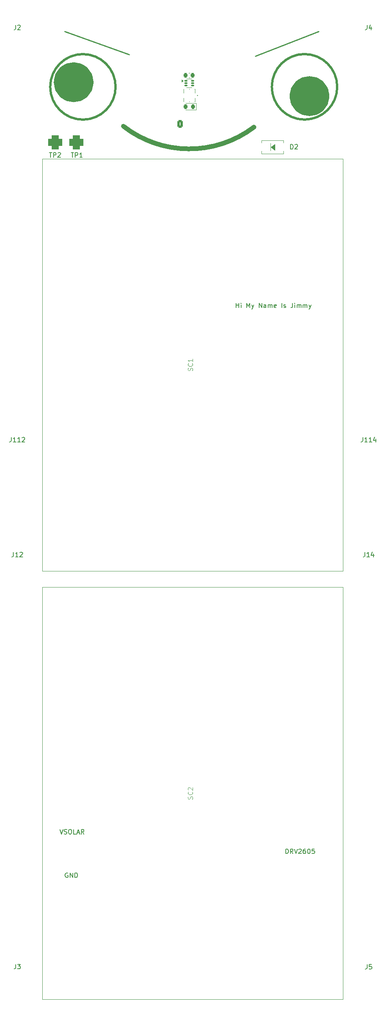
<source format=gbr>
%TF.GenerationSoftware,KiCad,Pcbnew,9.0.0*%
%TF.CreationDate,2025-11-19T22:29:22-08:00*%
%TF.ProjectId,2U_XY_V1,32555f58-595f-4563-912e-6b696361645f,1.0*%
%TF.SameCoordinates,Original*%
%TF.FileFunction,Legend,Top*%
%TF.FilePolarity,Positive*%
%FSLAX46Y46*%
G04 Gerber Fmt 4.6, Leading zero omitted, Abs format (unit mm)*
G04 Created by KiCad (PCBNEW 9.0.0) date 2025-11-19 22:29:22*
%MOMM*%
%LPD*%
G01*
G04 APERTURE LIST*
G04 Aperture macros list*
%AMRoundRect*
0 Rectangle with rounded corners*
0 $1 Rounding radius*
0 $2 $3 $4 $5 $6 $7 $8 $9 X,Y pos of 4 corners*
0 Add a 4 corners polygon primitive as box body*
4,1,4,$2,$3,$4,$5,$6,$7,$8,$9,$2,$3,0*
0 Add four circle primitives for the rounded corners*
1,1,$1+$1,$2,$3*
1,1,$1+$1,$4,$5*
1,1,$1+$1,$6,$7*
1,1,$1+$1,$8,$9*
0 Add four rect primitives between the rounded corners*
20,1,$1+$1,$2,$3,$4,$5,0*
20,1,$1+$1,$4,$5,$6,$7,0*
20,1,$1+$1,$6,$7,$8,$9,0*
20,1,$1+$1,$8,$9,$2,$3,0*%
G04 Aperture macros list end*
%ADD10C,0.250000*%
%ADD11C,0.500000*%
%ADD12C,4.302641*%
%ADD13C,1.000000*%
%ADD14C,0.150000*%
%ADD15C,0.100000*%
%ADD16C,0.120000*%
%ADD17R,0.790000X0.850000*%
%ADD18R,0.850000X0.790000*%
%ADD19C,5.700000*%
%ADD20C,5.000000*%
%ADD21RoundRect,0.750000X-0.750000X-0.750000X0.750000X-0.750000X0.750000X0.750000X-0.750000X0.750000X0*%
%ADD22RoundRect,0.087500X-0.250000X-0.087500X0.250000X-0.087500X0.250000X0.087500X-0.250000X0.087500X0*%
%ADD23R,2.500000X1.700000*%
%ADD24RoundRect,0.225000X-0.225000X-0.250000X0.225000X-0.250000X0.225000X0.250000X-0.225000X0.250000X0*%
%ADD25RoundRect,0.218750X0.218750X0.256250X-0.218750X0.256250X-0.218750X-0.256250X0.218750X-0.256250X0*%
%ADD26RoundRect,0.250000X-0.350000X-0.575000X0.350000X-0.575000X0.350000X0.575000X-0.350000X0.575000X0*%
%ADD27O,1.200000X1.650000*%
G04 APERTURE END LIST*
D10*
X182000000Y-38000000D02*
X196000000Y-43000000D01*
D11*
X193071068Y-50000000D02*
G75*
G02*
X178928932Y-50000000I-7071068J0D01*
G01*
X178928932Y-50000000D02*
G75*
G02*
X193071068Y-50000000I7071068J0D01*
G01*
D12*
X237151320Y-52000000D02*
G75*
G02*
X232848680Y-52000000I-2151320J0D01*
G01*
X232848680Y-52000000D02*
G75*
G02*
X237151320Y-52000000I2151320J0D01*
G01*
X186151320Y-49000000D02*
G75*
G02*
X181848680Y-49000000I-2151320J0D01*
G01*
X181848680Y-49000000D02*
G75*
G02*
X186151320Y-49000000I2151320J0D01*
G01*
D10*
X223282485Y-43363961D02*
X237000000Y-38000000D01*
D11*
X241000000Y-49990001D02*
G75*
G02*
X226857864Y-49990001I-7071068J0D01*
G01*
X226857864Y-49990001D02*
G75*
G02*
X241000000Y-49990001I7071068J0D01*
G01*
D13*
X223000000Y-58686426D02*
G75*
G02*
X194763137Y-58504634I-14000000J18486326D01*
G01*
D14*
X182738095Y-219722438D02*
X182642857Y-219674819D01*
X182642857Y-219674819D02*
X182500000Y-219674819D01*
X182500000Y-219674819D02*
X182357143Y-219722438D01*
X182357143Y-219722438D02*
X182261905Y-219817676D01*
X182261905Y-219817676D02*
X182214286Y-219912914D01*
X182214286Y-219912914D02*
X182166667Y-220103390D01*
X182166667Y-220103390D02*
X182166667Y-220246247D01*
X182166667Y-220246247D02*
X182214286Y-220436723D01*
X182214286Y-220436723D02*
X182261905Y-220531961D01*
X182261905Y-220531961D02*
X182357143Y-220627200D01*
X182357143Y-220627200D02*
X182500000Y-220674819D01*
X182500000Y-220674819D02*
X182595238Y-220674819D01*
X182595238Y-220674819D02*
X182738095Y-220627200D01*
X182738095Y-220627200D02*
X182785714Y-220579580D01*
X182785714Y-220579580D02*
X182785714Y-220246247D01*
X182785714Y-220246247D02*
X182595238Y-220246247D01*
X183214286Y-220674819D02*
X183214286Y-219674819D01*
X183214286Y-219674819D02*
X183785714Y-220674819D01*
X183785714Y-220674819D02*
X183785714Y-219674819D01*
X184261905Y-220674819D02*
X184261905Y-219674819D01*
X184261905Y-219674819D02*
X184500000Y-219674819D01*
X184500000Y-219674819D02*
X184642857Y-219722438D01*
X184642857Y-219722438D02*
X184738095Y-219817676D01*
X184738095Y-219817676D02*
X184785714Y-219912914D01*
X184785714Y-219912914D02*
X184833333Y-220103390D01*
X184833333Y-220103390D02*
X184833333Y-220246247D01*
X184833333Y-220246247D02*
X184785714Y-220436723D01*
X184785714Y-220436723D02*
X184738095Y-220531961D01*
X184738095Y-220531961D02*
X184642857Y-220627200D01*
X184642857Y-220627200D02*
X184500000Y-220674819D01*
X184500000Y-220674819D02*
X184261905Y-220674819D01*
X219152381Y-97669819D02*
X219152381Y-96669819D01*
X219152381Y-97146009D02*
X219723809Y-97146009D01*
X219723809Y-97669819D02*
X219723809Y-96669819D01*
X220200000Y-97669819D02*
X220200000Y-97003152D01*
X220200000Y-96669819D02*
X220152381Y-96717438D01*
X220152381Y-96717438D02*
X220200000Y-96765057D01*
X220200000Y-96765057D02*
X220247619Y-96717438D01*
X220247619Y-96717438D02*
X220200000Y-96669819D01*
X220200000Y-96669819D02*
X220200000Y-96765057D01*
X221438095Y-97669819D02*
X221438095Y-96669819D01*
X221438095Y-96669819D02*
X221771428Y-97384104D01*
X221771428Y-97384104D02*
X222104761Y-96669819D01*
X222104761Y-96669819D02*
X222104761Y-97669819D01*
X222485714Y-97003152D02*
X222723809Y-97669819D01*
X222961904Y-97003152D02*
X222723809Y-97669819D01*
X222723809Y-97669819D02*
X222628571Y-97907914D01*
X222628571Y-97907914D02*
X222580952Y-97955533D01*
X222580952Y-97955533D02*
X222485714Y-98003152D01*
X224104762Y-97669819D02*
X224104762Y-96669819D01*
X224104762Y-96669819D02*
X224676190Y-97669819D01*
X224676190Y-97669819D02*
X224676190Y-96669819D01*
X225580952Y-97669819D02*
X225580952Y-97146009D01*
X225580952Y-97146009D02*
X225533333Y-97050771D01*
X225533333Y-97050771D02*
X225438095Y-97003152D01*
X225438095Y-97003152D02*
X225247619Y-97003152D01*
X225247619Y-97003152D02*
X225152381Y-97050771D01*
X225580952Y-97622200D02*
X225485714Y-97669819D01*
X225485714Y-97669819D02*
X225247619Y-97669819D01*
X225247619Y-97669819D02*
X225152381Y-97622200D01*
X225152381Y-97622200D02*
X225104762Y-97526961D01*
X225104762Y-97526961D02*
X225104762Y-97431723D01*
X225104762Y-97431723D02*
X225152381Y-97336485D01*
X225152381Y-97336485D02*
X225247619Y-97288866D01*
X225247619Y-97288866D02*
X225485714Y-97288866D01*
X225485714Y-97288866D02*
X225580952Y-97241247D01*
X226057143Y-97669819D02*
X226057143Y-97003152D01*
X226057143Y-97098390D02*
X226104762Y-97050771D01*
X226104762Y-97050771D02*
X226200000Y-97003152D01*
X226200000Y-97003152D02*
X226342857Y-97003152D01*
X226342857Y-97003152D02*
X226438095Y-97050771D01*
X226438095Y-97050771D02*
X226485714Y-97146009D01*
X226485714Y-97146009D02*
X226485714Y-97669819D01*
X226485714Y-97146009D02*
X226533333Y-97050771D01*
X226533333Y-97050771D02*
X226628571Y-97003152D01*
X226628571Y-97003152D02*
X226771428Y-97003152D01*
X226771428Y-97003152D02*
X226866667Y-97050771D01*
X226866667Y-97050771D02*
X226914286Y-97146009D01*
X226914286Y-97146009D02*
X226914286Y-97669819D01*
X227771428Y-97622200D02*
X227676190Y-97669819D01*
X227676190Y-97669819D02*
X227485714Y-97669819D01*
X227485714Y-97669819D02*
X227390476Y-97622200D01*
X227390476Y-97622200D02*
X227342857Y-97526961D01*
X227342857Y-97526961D02*
X227342857Y-97146009D01*
X227342857Y-97146009D02*
X227390476Y-97050771D01*
X227390476Y-97050771D02*
X227485714Y-97003152D01*
X227485714Y-97003152D02*
X227676190Y-97003152D01*
X227676190Y-97003152D02*
X227771428Y-97050771D01*
X227771428Y-97050771D02*
X227819047Y-97146009D01*
X227819047Y-97146009D02*
X227819047Y-97241247D01*
X227819047Y-97241247D02*
X227342857Y-97336485D01*
X229009524Y-97669819D02*
X229009524Y-96669819D01*
X229438095Y-97622200D02*
X229533333Y-97669819D01*
X229533333Y-97669819D02*
X229723809Y-97669819D01*
X229723809Y-97669819D02*
X229819047Y-97622200D01*
X229819047Y-97622200D02*
X229866666Y-97526961D01*
X229866666Y-97526961D02*
X229866666Y-97479342D01*
X229866666Y-97479342D02*
X229819047Y-97384104D01*
X229819047Y-97384104D02*
X229723809Y-97336485D01*
X229723809Y-97336485D02*
X229580952Y-97336485D01*
X229580952Y-97336485D02*
X229485714Y-97288866D01*
X229485714Y-97288866D02*
X229438095Y-97193628D01*
X229438095Y-97193628D02*
X229438095Y-97146009D01*
X229438095Y-97146009D02*
X229485714Y-97050771D01*
X229485714Y-97050771D02*
X229580952Y-97003152D01*
X229580952Y-97003152D02*
X229723809Y-97003152D01*
X229723809Y-97003152D02*
X229819047Y-97050771D01*
X231342857Y-96669819D02*
X231342857Y-97384104D01*
X231342857Y-97384104D02*
X231295238Y-97526961D01*
X231295238Y-97526961D02*
X231200000Y-97622200D01*
X231200000Y-97622200D02*
X231057143Y-97669819D01*
X231057143Y-97669819D02*
X230961905Y-97669819D01*
X231819048Y-97669819D02*
X231819048Y-97003152D01*
X231819048Y-96669819D02*
X231771429Y-96717438D01*
X231771429Y-96717438D02*
X231819048Y-96765057D01*
X231819048Y-96765057D02*
X231866667Y-96717438D01*
X231866667Y-96717438D02*
X231819048Y-96669819D01*
X231819048Y-96669819D02*
X231819048Y-96765057D01*
X232295238Y-97669819D02*
X232295238Y-97003152D01*
X232295238Y-97098390D02*
X232342857Y-97050771D01*
X232342857Y-97050771D02*
X232438095Y-97003152D01*
X232438095Y-97003152D02*
X232580952Y-97003152D01*
X232580952Y-97003152D02*
X232676190Y-97050771D01*
X232676190Y-97050771D02*
X232723809Y-97146009D01*
X232723809Y-97146009D02*
X232723809Y-97669819D01*
X232723809Y-97146009D02*
X232771428Y-97050771D01*
X232771428Y-97050771D02*
X232866666Y-97003152D01*
X232866666Y-97003152D02*
X233009523Y-97003152D01*
X233009523Y-97003152D02*
X233104762Y-97050771D01*
X233104762Y-97050771D02*
X233152381Y-97146009D01*
X233152381Y-97146009D02*
X233152381Y-97669819D01*
X233628571Y-97669819D02*
X233628571Y-97003152D01*
X233628571Y-97098390D02*
X233676190Y-97050771D01*
X233676190Y-97050771D02*
X233771428Y-97003152D01*
X233771428Y-97003152D02*
X233914285Y-97003152D01*
X233914285Y-97003152D02*
X234009523Y-97050771D01*
X234009523Y-97050771D02*
X234057142Y-97146009D01*
X234057142Y-97146009D02*
X234057142Y-97669819D01*
X234057142Y-97146009D02*
X234104761Y-97050771D01*
X234104761Y-97050771D02*
X234199999Y-97003152D01*
X234199999Y-97003152D02*
X234342856Y-97003152D01*
X234342856Y-97003152D02*
X234438095Y-97050771D01*
X234438095Y-97050771D02*
X234485714Y-97146009D01*
X234485714Y-97146009D02*
X234485714Y-97669819D01*
X234866666Y-97003152D02*
X235104761Y-97669819D01*
X235342856Y-97003152D02*
X235104761Y-97669819D01*
X235104761Y-97669819D02*
X235009523Y-97907914D01*
X235009523Y-97907914D02*
X234961904Y-97955533D01*
X234961904Y-97955533D02*
X234866666Y-98003152D01*
X229864762Y-215524819D02*
X229864762Y-214524819D01*
X229864762Y-214524819D02*
X230102857Y-214524819D01*
X230102857Y-214524819D02*
X230245714Y-214572438D01*
X230245714Y-214572438D02*
X230340952Y-214667676D01*
X230340952Y-214667676D02*
X230388571Y-214762914D01*
X230388571Y-214762914D02*
X230436190Y-214953390D01*
X230436190Y-214953390D02*
X230436190Y-215096247D01*
X230436190Y-215096247D02*
X230388571Y-215286723D01*
X230388571Y-215286723D02*
X230340952Y-215381961D01*
X230340952Y-215381961D02*
X230245714Y-215477200D01*
X230245714Y-215477200D02*
X230102857Y-215524819D01*
X230102857Y-215524819D02*
X229864762Y-215524819D01*
X231436190Y-215524819D02*
X231102857Y-215048628D01*
X230864762Y-215524819D02*
X230864762Y-214524819D01*
X230864762Y-214524819D02*
X231245714Y-214524819D01*
X231245714Y-214524819D02*
X231340952Y-214572438D01*
X231340952Y-214572438D02*
X231388571Y-214620057D01*
X231388571Y-214620057D02*
X231436190Y-214715295D01*
X231436190Y-214715295D02*
X231436190Y-214858152D01*
X231436190Y-214858152D02*
X231388571Y-214953390D01*
X231388571Y-214953390D02*
X231340952Y-215001009D01*
X231340952Y-215001009D02*
X231245714Y-215048628D01*
X231245714Y-215048628D02*
X230864762Y-215048628D01*
X231721905Y-214524819D02*
X232055238Y-215524819D01*
X232055238Y-215524819D02*
X232388571Y-214524819D01*
X232674286Y-214620057D02*
X232721905Y-214572438D01*
X232721905Y-214572438D02*
X232817143Y-214524819D01*
X232817143Y-214524819D02*
X233055238Y-214524819D01*
X233055238Y-214524819D02*
X233150476Y-214572438D01*
X233150476Y-214572438D02*
X233198095Y-214620057D01*
X233198095Y-214620057D02*
X233245714Y-214715295D01*
X233245714Y-214715295D02*
X233245714Y-214810533D01*
X233245714Y-214810533D02*
X233198095Y-214953390D01*
X233198095Y-214953390D02*
X232626667Y-215524819D01*
X232626667Y-215524819D02*
X233245714Y-215524819D01*
X234102857Y-214524819D02*
X233912381Y-214524819D01*
X233912381Y-214524819D02*
X233817143Y-214572438D01*
X233817143Y-214572438D02*
X233769524Y-214620057D01*
X233769524Y-214620057D02*
X233674286Y-214762914D01*
X233674286Y-214762914D02*
X233626667Y-214953390D01*
X233626667Y-214953390D02*
X233626667Y-215334342D01*
X233626667Y-215334342D02*
X233674286Y-215429580D01*
X233674286Y-215429580D02*
X233721905Y-215477200D01*
X233721905Y-215477200D02*
X233817143Y-215524819D01*
X233817143Y-215524819D02*
X234007619Y-215524819D01*
X234007619Y-215524819D02*
X234102857Y-215477200D01*
X234102857Y-215477200D02*
X234150476Y-215429580D01*
X234150476Y-215429580D02*
X234198095Y-215334342D01*
X234198095Y-215334342D02*
X234198095Y-215096247D01*
X234198095Y-215096247D02*
X234150476Y-215001009D01*
X234150476Y-215001009D02*
X234102857Y-214953390D01*
X234102857Y-214953390D02*
X234007619Y-214905771D01*
X234007619Y-214905771D02*
X233817143Y-214905771D01*
X233817143Y-214905771D02*
X233721905Y-214953390D01*
X233721905Y-214953390D02*
X233674286Y-215001009D01*
X233674286Y-215001009D02*
X233626667Y-215096247D01*
X234817143Y-214524819D02*
X234912381Y-214524819D01*
X234912381Y-214524819D02*
X235007619Y-214572438D01*
X235007619Y-214572438D02*
X235055238Y-214620057D01*
X235055238Y-214620057D02*
X235102857Y-214715295D01*
X235102857Y-214715295D02*
X235150476Y-214905771D01*
X235150476Y-214905771D02*
X235150476Y-215143866D01*
X235150476Y-215143866D02*
X235102857Y-215334342D01*
X235102857Y-215334342D02*
X235055238Y-215429580D01*
X235055238Y-215429580D02*
X235007619Y-215477200D01*
X235007619Y-215477200D02*
X234912381Y-215524819D01*
X234912381Y-215524819D02*
X234817143Y-215524819D01*
X234817143Y-215524819D02*
X234721905Y-215477200D01*
X234721905Y-215477200D02*
X234674286Y-215429580D01*
X234674286Y-215429580D02*
X234626667Y-215334342D01*
X234626667Y-215334342D02*
X234579048Y-215143866D01*
X234579048Y-215143866D02*
X234579048Y-214905771D01*
X234579048Y-214905771D02*
X234626667Y-214715295D01*
X234626667Y-214715295D02*
X234674286Y-214620057D01*
X234674286Y-214620057D02*
X234721905Y-214572438D01*
X234721905Y-214572438D02*
X234817143Y-214524819D01*
X236055238Y-214524819D02*
X235579048Y-214524819D01*
X235579048Y-214524819D02*
X235531429Y-215001009D01*
X235531429Y-215001009D02*
X235579048Y-214953390D01*
X235579048Y-214953390D02*
X235674286Y-214905771D01*
X235674286Y-214905771D02*
X235912381Y-214905771D01*
X235912381Y-214905771D02*
X236007619Y-214953390D01*
X236007619Y-214953390D02*
X236055238Y-215001009D01*
X236055238Y-215001009D02*
X236102857Y-215096247D01*
X236102857Y-215096247D02*
X236102857Y-215334342D01*
X236102857Y-215334342D02*
X236055238Y-215429580D01*
X236055238Y-215429580D02*
X236007619Y-215477200D01*
X236007619Y-215477200D02*
X235912381Y-215524819D01*
X235912381Y-215524819D02*
X235674286Y-215524819D01*
X235674286Y-215524819D02*
X235579048Y-215477200D01*
X235579048Y-215477200D02*
X235531429Y-215429580D01*
X180993333Y-210294819D02*
X181326666Y-211294819D01*
X181326666Y-211294819D02*
X181659999Y-210294819D01*
X181945714Y-211247200D02*
X182088571Y-211294819D01*
X182088571Y-211294819D02*
X182326666Y-211294819D01*
X182326666Y-211294819D02*
X182421904Y-211247200D01*
X182421904Y-211247200D02*
X182469523Y-211199580D01*
X182469523Y-211199580D02*
X182517142Y-211104342D01*
X182517142Y-211104342D02*
X182517142Y-211009104D01*
X182517142Y-211009104D02*
X182469523Y-210913866D01*
X182469523Y-210913866D02*
X182421904Y-210866247D01*
X182421904Y-210866247D02*
X182326666Y-210818628D01*
X182326666Y-210818628D02*
X182136190Y-210771009D01*
X182136190Y-210771009D02*
X182040952Y-210723390D01*
X182040952Y-210723390D02*
X181993333Y-210675771D01*
X181993333Y-210675771D02*
X181945714Y-210580533D01*
X181945714Y-210580533D02*
X181945714Y-210485295D01*
X181945714Y-210485295D02*
X181993333Y-210390057D01*
X181993333Y-210390057D02*
X182040952Y-210342438D01*
X182040952Y-210342438D02*
X182136190Y-210294819D01*
X182136190Y-210294819D02*
X182374285Y-210294819D01*
X182374285Y-210294819D02*
X182517142Y-210342438D01*
X183136190Y-210294819D02*
X183326666Y-210294819D01*
X183326666Y-210294819D02*
X183421904Y-210342438D01*
X183421904Y-210342438D02*
X183517142Y-210437676D01*
X183517142Y-210437676D02*
X183564761Y-210628152D01*
X183564761Y-210628152D02*
X183564761Y-210961485D01*
X183564761Y-210961485D02*
X183517142Y-211151961D01*
X183517142Y-211151961D02*
X183421904Y-211247200D01*
X183421904Y-211247200D02*
X183326666Y-211294819D01*
X183326666Y-211294819D02*
X183136190Y-211294819D01*
X183136190Y-211294819D02*
X183040952Y-211247200D01*
X183040952Y-211247200D02*
X182945714Y-211151961D01*
X182945714Y-211151961D02*
X182898095Y-210961485D01*
X182898095Y-210961485D02*
X182898095Y-210628152D01*
X182898095Y-210628152D02*
X182945714Y-210437676D01*
X182945714Y-210437676D02*
X183040952Y-210342438D01*
X183040952Y-210342438D02*
X183136190Y-210294819D01*
X184469523Y-211294819D02*
X183993333Y-211294819D01*
X183993333Y-211294819D02*
X183993333Y-210294819D01*
X184755238Y-211009104D02*
X185231428Y-211009104D01*
X184660000Y-211294819D02*
X184993333Y-210294819D01*
X184993333Y-210294819D02*
X185326666Y-211294819D01*
X186231428Y-211294819D02*
X185898095Y-210818628D01*
X185660000Y-211294819D02*
X185660000Y-210294819D01*
X185660000Y-210294819D02*
X186040952Y-210294819D01*
X186040952Y-210294819D02*
X186136190Y-210342438D01*
X186136190Y-210342438D02*
X186183809Y-210390057D01*
X186183809Y-210390057D02*
X186231428Y-210485295D01*
X186231428Y-210485295D02*
X186231428Y-210628152D01*
X186231428Y-210628152D02*
X186183809Y-210723390D01*
X186183809Y-210723390D02*
X186136190Y-210771009D01*
X186136190Y-210771009D02*
X186040952Y-210818628D01*
X186040952Y-210818628D02*
X185660000Y-210818628D01*
X171466667Y-36654819D02*
X171466667Y-37369104D01*
X171466667Y-37369104D02*
X171419048Y-37511961D01*
X171419048Y-37511961D02*
X171323810Y-37607200D01*
X171323810Y-37607200D02*
X171180953Y-37654819D01*
X171180953Y-37654819D02*
X171085715Y-37654819D01*
X171895239Y-36750057D02*
X171942858Y-36702438D01*
X171942858Y-36702438D02*
X172038096Y-36654819D01*
X172038096Y-36654819D02*
X172276191Y-36654819D01*
X172276191Y-36654819D02*
X172371429Y-36702438D01*
X172371429Y-36702438D02*
X172419048Y-36750057D01*
X172419048Y-36750057D02*
X172466667Y-36845295D01*
X172466667Y-36845295D02*
X172466667Y-36940533D01*
X172466667Y-36940533D02*
X172419048Y-37083390D01*
X172419048Y-37083390D02*
X171847620Y-37654819D01*
X171847620Y-37654819D02*
X172466667Y-37654819D01*
X247466667Y-36654819D02*
X247466667Y-37369104D01*
X247466667Y-37369104D02*
X247419048Y-37511961D01*
X247419048Y-37511961D02*
X247323810Y-37607200D01*
X247323810Y-37607200D02*
X247180953Y-37654819D01*
X247180953Y-37654819D02*
X247085715Y-37654819D01*
X248371429Y-36988152D02*
X248371429Y-37654819D01*
X248133334Y-36607200D02*
X247895239Y-37321485D01*
X247895239Y-37321485D02*
X248514286Y-37321485D01*
X171466667Y-239404819D02*
X171466667Y-240119104D01*
X171466667Y-240119104D02*
X171419048Y-240261961D01*
X171419048Y-240261961D02*
X171323810Y-240357200D01*
X171323810Y-240357200D02*
X171180953Y-240404819D01*
X171180953Y-240404819D02*
X171085715Y-240404819D01*
X171847620Y-239404819D02*
X172466667Y-239404819D01*
X172466667Y-239404819D02*
X172133334Y-239785771D01*
X172133334Y-239785771D02*
X172276191Y-239785771D01*
X172276191Y-239785771D02*
X172371429Y-239833390D01*
X172371429Y-239833390D02*
X172419048Y-239881009D01*
X172419048Y-239881009D02*
X172466667Y-239976247D01*
X172466667Y-239976247D02*
X172466667Y-240214342D01*
X172466667Y-240214342D02*
X172419048Y-240309580D01*
X172419048Y-240309580D02*
X172371429Y-240357200D01*
X172371429Y-240357200D02*
X172276191Y-240404819D01*
X172276191Y-240404819D02*
X171990477Y-240404819D01*
X171990477Y-240404819D02*
X171895239Y-240357200D01*
X171895239Y-240357200D02*
X171847620Y-240309580D01*
D15*
X209659800Y-111261904D02*
X209707419Y-111119047D01*
X209707419Y-111119047D02*
X209707419Y-110880952D01*
X209707419Y-110880952D02*
X209659800Y-110785714D01*
X209659800Y-110785714D02*
X209612180Y-110738095D01*
X209612180Y-110738095D02*
X209516942Y-110690476D01*
X209516942Y-110690476D02*
X209421704Y-110690476D01*
X209421704Y-110690476D02*
X209326466Y-110738095D01*
X209326466Y-110738095D02*
X209278847Y-110785714D01*
X209278847Y-110785714D02*
X209231228Y-110880952D01*
X209231228Y-110880952D02*
X209183609Y-111071428D01*
X209183609Y-111071428D02*
X209135990Y-111166666D01*
X209135990Y-111166666D02*
X209088371Y-111214285D01*
X209088371Y-111214285D02*
X208993133Y-111261904D01*
X208993133Y-111261904D02*
X208897895Y-111261904D01*
X208897895Y-111261904D02*
X208802657Y-111214285D01*
X208802657Y-111214285D02*
X208755038Y-111166666D01*
X208755038Y-111166666D02*
X208707419Y-111071428D01*
X208707419Y-111071428D02*
X208707419Y-110833333D01*
X208707419Y-110833333D02*
X208755038Y-110690476D01*
X209612180Y-109690476D02*
X209659800Y-109738095D01*
X209659800Y-109738095D02*
X209707419Y-109880952D01*
X209707419Y-109880952D02*
X209707419Y-109976190D01*
X209707419Y-109976190D02*
X209659800Y-110119047D01*
X209659800Y-110119047D02*
X209564561Y-110214285D01*
X209564561Y-110214285D02*
X209469323Y-110261904D01*
X209469323Y-110261904D02*
X209278847Y-110309523D01*
X209278847Y-110309523D02*
X209135990Y-110309523D01*
X209135990Y-110309523D02*
X208945514Y-110261904D01*
X208945514Y-110261904D02*
X208850276Y-110214285D01*
X208850276Y-110214285D02*
X208755038Y-110119047D01*
X208755038Y-110119047D02*
X208707419Y-109976190D01*
X208707419Y-109976190D02*
X208707419Y-109880952D01*
X208707419Y-109880952D02*
X208755038Y-109738095D01*
X208755038Y-109738095D02*
X208802657Y-109690476D01*
X209707419Y-108738095D02*
X209707419Y-109309523D01*
X209707419Y-109023809D02*
X208707419Y-109023809D01*
X208707419Y-109023809D02*
X208850276Y-109119047D01*
X208850276Y-109119047D02*
X208945514Y-109214285D01*
X208945514Y-109214285D02*
X208993133Y-109309523D01*
D14*
X183448095Y-64214819D02*
X184019523Y-64214819D01*
X183733809Y-65214819D02*
X183733809Y-64214819D01*
X184352857Y-65214819D02*
X184352857Y-64214819D01*
X184352857Y-64214819D02*
X184733809Y-64214819D01*
X184733809Y-64214819D02*
X184829047Y-64262438D01*
X184829047Y-64262438D02*
X184876666Y-64310057D01*
X184876666Y-64310057D02*
X184924285Y-64405295D01*
X184924285Y-64405295D02*
X184924285Y-64548152D01*
X184924285Y-64548152D02*
X184876666Y-64643390D01*
X184876666Y-64643390D02*
X184829047Y-64691009D01*
X184829047Y-64691009D02*
X184733809Y-64738628D01*
X184733809Y-64738628D02*
X184352857Y-64738628D01*
X185876666Y-65214819D02*
X185305238Y-65214819D01*
X185590952Y-65214819D02*
X185590952Y-64214819D01*
X185590952Y-64214819D02*
X185495714Y-64357676D01*
X185495714Y-64357676D02*
X185400476Y-64452914D01*
X185400476Y-64452914D02*
X185305238Y-64500533D01*
X246990477Y-150454819D02*
X246990477Y-151169104D01*
X246990477Y-151169104D02*
X246942858Y-151311961D01*
X246942858Y-151311961D02*
X246847620Y-151407200D01*
X246847620Y-151407200D02*
X246704763Y-151454819D01*
X246704763Y-151454819D02*
X246609525Y-151454819D01*
X247990477Y-151454819D02*
X247419049Y-151454819D01*
X247704763Y-151454819D02*
X247704763Y-150454819D01*
X247704763Y-150454819D02*
X247609525Y-150597676D01*
X247609525Y-150597676D02*
X247514287Y-150692914D01*
X247514287Y-150692914D02*
X247419049Y-150740533D01*
X248847620Y-150788152D02*
X248847620Y-151454819D01*
X248609525Y-150407200D02*
X248371430Y-151121485D01*
X248371430Y-151121485D02*
X248990477Y-151121485D01*
X178738095Y-64184820D02*
X179309523Y-64184820D01*
X179023809Y-65184820D02*
X179023809Y-64184820D01*
X179642857Y-65184820D02*
X179642857Y-64184820D01*
X179642857Y-64184820D02*
X180023809Y-64184820D01*
X180023809Y-64184820D02*
X180119047Y-64232439D01*
X180119047Y-64232439D02*
X180166666Y-64280058D01*
X180166666Y-64280058D02*
X180214285Y-64375296D01*
X180214285Y-64375296D02*
X180214285Y-64518153D01*
X180214285Y-64518153D02*
X180166666Y-64613391D01*
X180166666Y-64613391D02*
X180119047Y-64661010D01*
X180119047Y-64661010D02*
X180023809Y-64708629D01*
X180023809Y-64708629D02*
X179642857Y-64708629D01*
X180595238Y-64280058D02*
X180642857Y-64232439D01*
X180642857Y-64232439D02*
X180738095Y-64184820D01*
X180738095Y-64184820D02*
X180976190Y-64184820D01*
X180976190Y-64184820D02*
X181071428Y-64232439D01*
X181071428Y-64232439D02*
X181119047Y-64280058D01*
X181119047Y-64280058D02*
X181166666Y-64375296D01*
X181166666Y-64375296D02*
X181166666Y-64470534D01*
X181166666Y-64470534D02*
X181119047Y-64613391D01*
X181119047Y-64613391D02*
X180547619Y-65184820D01*
X180547619Y-65184820D02*
X181166666Y-65184820D01*
X246514286Y-125654819D02*
X246514286Y-126369104D01*
X246514286Y-126369104D02*
X246466667Y-126511961D01*
X246466667Y-126511961D02*
X246371429Y-126607200D01*
X246371429Y-126607200D02*
X246228572Y-126654819D01*
X246228572Y-126654819D02*
X246133334Y-126654819D01*
X247514286Y-126654819D02*
X246942858Y-126654819D01*
X247228572Y-126654819D02*
X247228572Y-125654819D01*
X247228572Y-125654819D02*
X247133334Y-125797676D01*
X247133334Y-125797676D02*
X247038096Y-125892914D01*
X247038096Y-125892914D02*
X246942858Y-125940533D01*
X248466667Y-126654819D02*
X247895239Y-126654819D01*
X248180953Y-126654819D02*
X248180953Y-125654819D01*
X248180953Y-125654819D02*
X248085715Y-125797676D01*
X248085715Y-125797676D02*
X247990477Y-125892914D01*
X247990477Y-125892914D02*
X247895239Y-125940533D01*
X249323810Y-125988152D02*
X249323810Y-126654819D01*
X249085715Y-125607200D02*
X248847620Y-126321485D01*
X248847620Y-126321485D02*
X249466667Y-126321485D01*
X230901906Y-63434818D02*
X230901906Y-62434818D01*
X230901906Y-62434818D02*
X231140001Y-62434818D01*
X231140001Y-62434818D02*
X231282858Y-62482437D01*
X231282858Y-62482437D02*
X231378096Y-62577675D01*
X231378096Y-62577675D02*
X231425715Y-62672913D01*
X231425715Y-62672913D02*
X231473334Y-62863389D01*
X231473334Y-62863389D02*
X231473334Y-63006246D01*
X231473334Y-63006246D02*
X231425715Y-63196722D01*
X231425715Y-63196722D02*
X231378096Y-63291960D01*
X231378096Y-63291960D02*
X231282858Y-63387199D01*
X231282858Y-63387199D02*
X231140001Y-63434818D01*
X231140001Y-63434818D02*
X230901906Y-63434818D01*
X231854287Y-62530056D02*
X231901906Y-62482437D01*
X231901906Y-62482437D02*
X231997144Y-62434818D01*
X231997144Y-62434818D02*
X232235239Y-62434818D01*
X232235239Y-62434818D02*
X232330477Y-62482437D01*
X232330477Y-62482437D02*
X232378096Y-62530056D01*
X232378096Y-62530056D02*
X232425715Y-62625294D01*
X232425715Y-62625294D02*
X232425715Y-62720532D01*
X232425715Y-62720532D02*
X232378096Y-62863389D01*
X232378096Y-62863389D02*
X231806668Y-63434818D01*
X231806668Y-63434818D02*
X232425715Y-63434818D01*
X247466666Y-239454819D02*
X247466666Y-240169104D01*
X247466666Y-240169104D02*
X247419047Y-240311961D01*
X247419047Y-240311961D02*
X247323809Y-240407200D01*
X247323809Y-240407200D02*
X247180952Y-240454819D01*
X247180952Y-240454819D02*
X247085714Y-240454819D01*
X248419047Y-239454819D02*
X247942857Y-239454819D01*
X247942857Y-239454819D02*
X247895238Y-239931009D01*
X247895238Y-239931009D02*
X247942857Y-239883390D01*
X247942857Y-239883390D02*
X248038095Y-239835771D01*
X248038095Y-239835771D02*
X248276190Y-239835771D01*
X248276190Y-239835771D02*
X248371428Y-239883390D01*
X248371428Y-239883390D02*
X248419047Y-239931009D01*
X248419047Y-239931009D02*
X248466666Y-240026247D01*
X248466666Y-240026247D02*
X248466666Y-240264342D01*
X248466666Y-240264342D02*
X248419047Y-240359580D01*
X248419047Y-240359580D02*
X248371428Y-240407200D01*
X248371428Y-240407200D02*
X248276190Y-240454819D01*
X248276190Y-240454819D02*
X248038095Y-240454819D01*
X248038095Y-240454819D02*
X247942857Y-240407200D01*
X247942857Y-240407200D02*
X247895238Y-240359580D01*
D15*
X209659800Y-203761904D02*
X209707419Y-203619047D01*
X209707419Y-203619047D02*
X209707419Y-203380952D01*
X209707419Y-203380952D02*
X209659800Y-203285714D01*
X209659800Y-203285714D02*
X209612180Y-203238095D01*
X209612180Y-203238095D02*
X209516942Y-203190476D01*
X209516942Y-203190476D02*
X209421704Y-203190476D01*
X209421704Y-203190476D02*
X209326466Y-203238095D01*
X209326466Y-203238095D02*
X209278847Y-203285714D01*
X209278847Y-203285714D02*
X209231228Y-203380952D01*
X209231228Y-203380952D02*
X209183609Y-203571428D01*
X209183609Y-203571428D02*
X209135990Y-203666666D01*
X209135990Y-203666666D02*
X209088371Y-203714285D01*
X209088371Y-203714285D02*
X208993133Y-203761904D01*
X208993133Y-203761904D02*
X208897895Y-203761904D01*
X208897895Y-203761904D02*
X208802657Y-203714285D01*
X208802657Y-203714285D02*
X208755038Y-203666666D01*
X208755038Y-203666666D02*
X208707419Y-203571428D01*
X208707419Y-203571428D02*
X208707419Y-203333333D01*
X208707419Y-203333333D02*
X208755038Y-203190476D01*
X209612180Y-202190476D02*
X209659800Y-202238095D01*
X209659800Y-202238095D02*
X209707419Y-202380952D01*
X209707419Y-202380952D02*
X209707419Y-202476190D01*
X209707419Y-202476190D02*
X209659800Y-202619047D01*
X209659800Y-202619047D02*
X209564561Y-202714285D01*
X209564561Y-202714285D02*
X209469323Y-202761904D01*
X209469323Y-202761904D02*
X209278847Y-202809523D01*
X209278847Y-202809523D02*
X209135990Y-202809523D01*
X209135990Y-202809523D02*
X208945514Y-202761904D01*
X208945514Y-202761904D02*
X208850276Y-202714285D01*
X208850276Y-202714285D02*
X208755038Y-202619047D01*
X208755038Y-202619047D02*
X208707419Y-202476190D01*
X208707419Y-202476190D02*
X208707419Y-202380952D01*
X208707419Y-202380952D02*
X208755038Y-202238095D01*
X208755038Y-202238095D02*
X208802657Y-202190476D01*
X208802657Y-201809523D02*
X208755038Y-201761904D01*
X208755038Y-201761904D02*
X208707419Y-201666666D01*
X208707419Y-201666666D02*
X208707419Y-201428571D01*
X208707419Y-201428571D02*
X208755038Y-201333333D01*
X208755038Y-201333333D02*
X208802657Y-201285714D01*
X208802657Y-201285714D02*
X208897895Y-201238095D01*
X208897895Y-201238095D02*
X208993133Y-201238095D01*
X208993133Y-201238095D02*
X209135990Y-201285714D01*
X209135990Y-201285714D02*
X209707419Y-201857142D01*
X209707419Y-201857142D02*
X209707419Y-201238095D01*
D14*
X170990477Y-150454819D02*
X170990477Y-151169104D01*
X170990477Y-151169104D02*
X170942858Y-151311961D01*
X170942858Y-151311961D02*
X170847620Y-151407200D01*
X170847620Y-151407200D02*
X170704763Y-151454819D01*
X170704763Y-151454819D02*
X170609525Y-151454819D01*
X171990477Y-151454819D02*
X171419049Y-151454819D01*
X171704763Y-151454819D02*
X171704763Y-150454819D01*
X171704763Y-150454819D02*
X171609525Y-150597676D01*
X171609525Y-150597676D02*
X171514287Y-150692914D01*
X171514287Y-150692914D02*
X171419049Y-150740533D01*
X172371430Y-150550057D02*
X172419049Y-150502438D01*
X172419049Y-150502438D02*
X172514287Y-150454819D01*
X172514287Y-150454819D02*
X172752382Y-150454819D01*
X172752382Y-150454819D02*
X172847620Y-150502438D01*
X172847620Y-150502438D02*
X172895239Y-150550057D01*
X172895239Y-150550057D02*
X172942858Y-150645295D01*
X172942858Y-150645295D02*
X172942858Y-150740533D01*
X172942858Y-150740533D02*
X172895239Y-150883390D01*
X172895239Y-150883390D02*
X172323811Y-151454819D01*
X172323811Y-151454819D02*
X172942858Y-151454819D01*
X170514286Y-125654819D02*
X170514286Y-126369104D01*
X170514286Y-126369104D02*
X170466667Y-126511961D01*
X170466667Y-126511961D02*
X170371429Y-126607200D01*
X170371429Y-126607200D02*
X170228572Y-126654819D01*
X170228572Y-126654819D02*
X170133334Y-126654819D01*
X171514286Y-126654819D02*
X170942858Y-126654819D01*
X171228572Y-126654819D02*
X171228572Y-125654819D01*
X171228572Y-125654819D02*
X171133334Y-125797676D01*
X171133334Y-125797676D02*
X171038096Y-125892914D01*
X171038096Y-125892914D02*
X170942858Y-125940533D01*
X172466667Y-126654819D02*
X171895239Y-126654819D01*
X172180953Y-126654819D02*
X172180953Y-125654819D01*
X172180953Y-125654819D02*
X172085715Y-125797676D01*
X172085715Y-125797676D02*
X171990477Y-125892914D01*
X171990477Y-125892914D02*
X171895239Y-125940533D01*
X172847620Y-125750057D02*
X172895239Y-125702438D01*
X172895239Y-125702438D02*
X172990477Y-125654819D01*
X172990477Y-125654819D02*
X173228572Y-125654819D01*
X173228572Y-125654819D02*
X173323810Y-125702438D01*
X173323810Y-125702438D02*
X173371429Y-125750057D01*
X173371429Y-125750057D02*
X173419048Y-125845295D01*
X173419048Y-125845295D02*
X173419048Y-125940533D01*
X173419048Y-125940533D02*
X173371429Y-126083390D01*
X173371429Y-126083390D02*
X172800001Y-126654819D01*
X172800001Y-126654819D02*
X173419048Y-126654819D01*
D15*
%TO.C,U7*%
X207810000Y-53210000D02*
X207810000Y-53210000D01*
X208970000Y-53210000D02*
X209010000Y-53210000D01*
X210170000Y-53210000D02*
X210240000Y-53210000D01*
X210240000Y-53210000D02*
X210240000Y-52440000D01*
X207810000Y-53190000D02*
X207810000Y-53210000D01*
X207810000Y-52440000D02*
X207810000Y-53190000D01*
X210240000Y-51280000D02*
X210240000Y-50510000D01*
X207810000Y-50510000D02*
X207810000Y-51280000D01*
X209010000Y-50510000D02*
X208970000Y-50510000D01*
X210240000Y-50510000D02*
X210170000Y-50510000D01*
X210890000Y-51860000D02*
G75*
G02*
X210690000Y-51860000I-100000J0D01*
G01*
X210690000Y-51860000D02*
G75*
G02*
X210890000Y-51860000I100000J0D01*
G01*
%TO.C,SC1*%
X177250000Y-154500000D02*
X242250000Y-154500000D01*
X242250000Y-65500000D01*
X177250000Y-65500000D01*
X177250000Y-154500000D01*
D16*
%TO.C,U2*%
X208980000Y-48265000D02*
X208380000Y-48265000D01*
X208980000Y-48265000D02*
X209580000Y-48265000D01*
X208980000Y-50135000D02*
X208380000Y-50135000D01*
X208980000Y-50135000D02*
X209580000Y-50135000D01*
X207670001Y-48700000D02*
X207340000Y-48940000D01*
X207340000Y-48460000D01*
X207670001Y-48700000D01*
G36*
X207670001Y-48700000D02*
G01*
X207340000Y-48940000D01*
X207340000Y-48460000D01*
X207670001Y-48700000D01*
G37*
%TO.C,D2*%
X224625001Y-61550000D02*
X229375001Y-61550000D01*
X224625001Y-64450000D02*
X224625001Y-61550000D01*
X224625001Y-64450000D02*
X229375001Y-64450000D01*
X226568201Y-62187200D02*
X226568201Y-63736600D01*
X229375001Y-64450000D02*
X229375001Y-61550000D01*
D15*
X227508001Y-63711200D02*
X226695201Y-62974600D01*
X227508001Y-62365000D01*
X227508001Y-63711200D01*
G36*
X227508001Y-63711200D02*
G01*
X226695201Y-62974600D01*
X227508001Y-62365000D01*
X227508001Y-63711200D01*
G37*
D16*
%TO.C,C2*%
X208839419Y-46970000D02*
X209120581Y-46970000D01*
X208839419Y-47990000D02*
X209120581Y-47990000D01*
%TO.C,SC2*%
D15*
X177250000Y-247000000D02*
X242250000Y-247000000D01*
X242250000Y-158000000D01*
X177250000Y-158000000D01*
X177250000Y-247000000D01*
D16*
%TO.C,D4*%
X208220000Y-54995000D02*
X210505000Y-54995000D01*
X210505000Y-53525000D02*
X208220000Y-53525000D01*
X210505000Y-54995000D02*
X210505000Y-53525000D01*
%TD*%
%LPC*%
D17*
%TO.C,U7*%
X210030000Y-51860000D03*
D18*
X209590000Y-50710000D03*
X208390000Y-50710000D03*
D17*
X207950000Y-51860000D03*
D18*
X208390000Y-53010000D03*
X209590000Y-53010000D03*
%TD*%
D19*
%TO.C,J2*%
X171800001Y-41000000D03*
%TD*%
%TO.C,J4*%
X247800001Y-41000000D03*
%TD*%
%TO.C,J3*%
X171800001Y-243750000D03*
%TD*%
D20*
%TO.C,SC1*%
X222250000Y-85500000D03*
X197250000Y-85500000D03*
X197250000Y-134000000D03*
X222250000Y-134000000D03*
%TD*%
D21*
%TO.C,TP1*%
X184600000Y-62010000D03*
%TD*%
D22*
%TO.C,U2*%
X208267500Y-48700000D03*
X208267499Y-49200000D03*
X208267500Y-49700000D03*
X209692500Y-49700000D03*
X209692501Y-49200000D03*
X209692500Y-48700000D03*
%TD*%
D19*
%TO.C,J14*%
X247800001Y-154800000D03*
%TD*%
D21*
%TO.C,TP2*%
X180000000Y-62000000D03*
%TD*%
D19*
%TO.C,J114*%
X247800001Y-130000000D03*
%TD*%
D23*
%TO.C,D2*%
X225000000Y-63000000D03*
X229000002Y-63000000D03*
%TD*%
D24*
%TO.C,C2*%
X208205000Y-47480000D03*
X209755000Y-47480000D03*
%TD*%
D19*
%TO.C,J5*%
X247800000Y-243800000D03*
%TD*%
D20*
%TO.C,SC2*%
X222250000Y-178000000D03*
X197250000Y-178000000D03*
X197250000Y-226500000D03*
X222250000Y-226500000D03*
%TD*%
D25*
%TO.C,D4*%
X209807501Y-54260000D03*
X208232499Y-54260000D03*
%TD*%
D19*
%TO.C,J12*%
X171800001Y-154800000D03*
%TD*%
%TO.C,J112*%
X171800001Y-130000000D03*
%TD*%
D26*
%TO.C,CN1*%
X207000000Y-58020000D03*
D27*
X207000000Y-56019999D03*
X209000001Y-58020000D03*
X209000000Y-56020000D03*
X211000000Y-58020000D03*
X211000001Y-56020000D03*
%TD*%
%LPD*%
M02*

</source>
